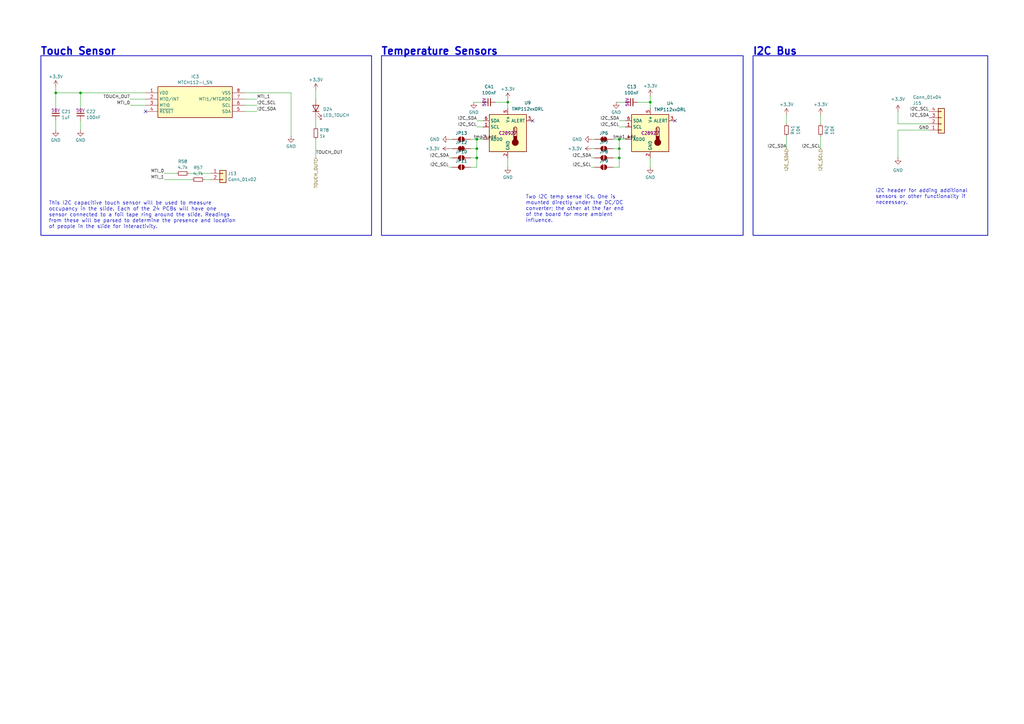
<source format=kicad_sch>
(kicad_sch (version 20250114) (generator "eeschema") (generator_version "9.0")
  (paper "A3")
  (lib_symbols
    (symbol "Connector_Generic:Conn_01x02" (pin_names (offset 1.016) (hide yes))
      (property "Reference" "J" (at 0 2.54 0))
      (property "Value" "Conn_01x02" (at 0 -5.08 0))
      (symbol "Conn_01x02_1_1"
        (rectangle (start -1.27 1.27) (end 1.27 -3.81) (stroke (width 0.254)) (fill (type background)))
        (rectangle (start -1.27 0.127) (end 0 -0.127) (stroke (width 0.1524)))
        (rectangle (start -1.27 -2.413) (end 0 -2.667) (stroke (width 0.1524)))
        (pin passive line (at -5.08 0 0) (length 3.81) (name "Pin_1") (number "1"))
        (pin passive line (at -5.08 -2.54 0) (length 3.81) (name "Pin_2") (number "2"))
      )
    )
    (symbol "Connector_Generic:Conn_01x04" (pin_names (offset 1.016) (hide yes))
      (property "Reference" "J" (at 0 5.08 0))
      (property "Value" "Conn_01x04" (at 0 -7.62 0))
      (symbol "Conn_01x04_1_1"
        (rectangle (start -1.27 3.81) (end 1.27 -6.35) (stroke (width 0.254)) (fill (type background)))
        (rectangle (start -1.27 2.667) (end 0 2.413) (stroke (width 0.1524)))
        (rectangle (start -1.27 0.127) (end 0 -0.127) (stroke (width 0.1524)))
        (rectangle (start -1.27 -2.413) (end 0 -2.667) (stroke (width 0.1524)))
        (rectangle (start -1.27 -4.953) (end 0 -5.207) (stroke (width 0.1524)))
        (pin passive line (at -5.08 2.54 0) (length 3.81) (name "Pin_1") (number "1"))
        (pin passive line (at -5.08 0 0) (length 3.81) (name "Pin_2") (number "2"))
        (pin passive line (at -5.08 -2.54 0) (length 3.81) (name "Pin_3") (number "3"))
        (pin passive line (at -5.08 -5.08 0) (length 3.81) (name "Pin_4") (number "4"))
      )
    )
    (symbol "Device:C_Small" (pin_numbers (hide yes)) (pin_names (offset 0.254) (hide yes))
      (property "Reference" "C" (at 0.254 1.778 0))
      (property "Value" "C_Small" (at 0.254 -2.032 0))
      (symbol "C_Small_0_1"
        (polyline (pts (xy -1.524 0.508) (xy 1.524 0.508)) (stroke (width 0.3048)))
        (polyline (pts (xy -1.524 -0.508) (xy 1.524 -0.508)) (stroke (width 0.3302)))
      )
      (symbol "C_Small_1_1"
        (pin passive line (at 0 2.54 270) (length 2.032) (name "~") (number "1"))
        (pin passive line (at 0 -2.54 90) (length 2.032) (name "~") (number "2"))
      )
    )
    (symbol "Device:LED" (pin_numbers (hide yes)) (pin_names (offset 1.016) (hide yes))
      (property "Reference" "D" (at 0 2.54 0))
      (property "Value" "LED" (at 0 -2.54 0))
      (symbol "LED_0_1"
        (polyline (pts (xy -3.048 -0.762) (xy -4.572 -2.286) (xy -3.81 -2.286) (xy -4.572 -2.286) (xy -4.572 -1.524)))
        (polyline (pts (xy -1.778 -0.762) (xy -3.302 -2.286) (xy -2.54 -2.286) (xy -3.302 -2.286) (xy -3.302 -1.524)))
        (polyline (pts (xy -1.27 0) (xy 1.27 0)))
        (polyline (pts (xy -1.27 -1.27) (xy -1.27 1.27)) (stroke (width 0.254)))
        (polyline (pts (xy 1.27 -1.27) (xy 1.27 1.27) (xy -1.27 0) (xy 1.27 -1.27)) (stroke (width 0.254)))
      )
      (symbol "LED_1_1"
        (pin passive line (at -3.81 0 0) (length 2.54) (name "K") (number "1"))
        (pin passive line (at 3.81 0 180) (length 2.54) (name "A") (number "2"))
      )
    )
    (symbol "Device:R_Small" (pin_numbers (hide yes)) (pin_names (offset 0.254) (hide yes))
      (property "Reference" "R" (at 0.762 0.508 0))
      (property "Value" "R_Small" (at 0.762 -1.016 0))
      (symbol "R_Small_0_1"
        (rectangle (start -0.762 1.778) (end 0.762 -1.778) (stroke (width 0.2032)))
      )
      (symbol "R_Small_1_1"
        (pin passive line (at 0 2.54 270) (length 0.762) (name "~") (number "1"))
        (pin passive line (at 0 -2.54 90) (length 0.762) (name "~") (number "2"))
      )
    )
    (symbol "Jumper:SolderJumper_2_Bridged" (pin_numbers (hide yes)) (pin_names (offset 0) (hide yes)) (exclude_from_sim yes) (in_bom no)
      (property "Reference" "JP" (at 0 2.032 0))
      (property "Value" "SolderJumper_2_Bridged" (at 0 -2.54 0))
      (symbol "SolderJumper_2_Bridged_0_1"
        (rectangle (start -0.508 0.508) (end 0.508 -0.508) (fill (type outline)))
        (polyline (pts (xy -0.254 1.016) (xy -0.254 -1.016)))
        (arc (start -0.254 -1.016) (mid -1.2656 0) (end -0.254 1.016))
        (arc (start -0.254 -1.016) (mid -1.2656 0) (end -0.254 1.016) (fill (type outline)))
        (arc (start 0.254 1.016) (mid 1.2656 0) (end 0.254 -1.016))
        (arc (start 0.254 1.016) (mid 1.2656 0) (end 0.254 -1.016) (fill (type outline)))
        (polyline (pts (xy 0.254 1.016) (xy 0.254 -1.016)))
      )
      (symbol "SolderJumper_2_Bridged_1_1"
        (pin passive line (at -3.81 0 0) (length 2.54) (name "A") (number "1"))
        (pin passive line (at 3.81 0 180) (length 2.54) (name "B") (number "2"))
      )
    )
    (symbol "Jumper:SolderJumper_2_Open" (pin_numbers (hide yes)) (pin_names (offset 0) (hide yes)) (exclude_from_sim yes) (in_bom no)
      (property "Reference" "JP" (at 0 2.032 0))
      (property "Value" "SolderJumper_2_Open" (at 0 -2.54 0))
      (symbol "SolderJumper_2_Open_0_1"
        (polyline (pts (xy -0.254 1.016) (xy -0.254 -1.016)))
        (arc (start -0.254 -1.016) (mid -1.2656 0) (end -0.254 1.016))
        (arc (start -0.254 -1.016) (mid -1.2656 0) (end -0.254 1.016) (fill (type outline)))
        (arc (start 0.254 1.016) (mid 1.2656 0) (end 0.254 -1.016))
        (arc (start 0.254 1.016) (mid 1.2656 0) (end 0.254 -1.016) (fill (type outline)))
        (polyline (pts (xy 0.254 1.016) (xy 0.254 -1.016)))
      )
      (symbol "SolderJumper_2_Open_1_1"
        (pin passive line (at -3.81 0 0) (length 2.54) (name "A") (number "1"))
        (pin passive line (at 3.81 0 180) (length 2.54) (name "B") (number "2"))
      )
    )
    (symbol "Sensor_Proximity:MTCH112-I_SN"
      (property "Reference" "IC" (at 36.83 7.62 0))
      (property "Value" "MTCH112-I_SN" (at 36.83 5.08 0))
      (symbol "MTCH112-I_SN_1_1"
        (rectangle (start 5.08 2.54) (end 35.56 -10.16) (stroke (width 0.254)) (fill (type background)))
        (pin passive line (at 0 0 0) (length 5.08) (name "VDD") (number "1"))
        (pin passive line (at 0 -2.54 0) (length 5.08) (name "MTO/INT") (number "2"))
        (pin passive line (at 0 -5.08 0) (length 5.08) (name "MTI0") (number "3"))
        (pin passive line (at 0 -7.62 0) (length 5.08) (name "~{RESET}") (number "4"))
        (pin passive line (at 40.64 0 180) (length 5.08) (name "VSS") (number "8"))
        (pin passive line (at 40.64 -2.54 180) (length 5.08) (name "MTI1/MTGRD0") (number "7"))
        (pin passive line (at 40.64 -5.08 180) (length 5.08) (name "SCL") (number "6"))
        (pin passive line (at 40.64 -7.62 180) (length 5.08) (name "SDA") (number "5"))
      )
    )
    (symbol "Sensor_Temperature:TMP112xxDRL"
      (property "Reference" "U" (at -2.54 10.795 0))
      (property "Value" "TMP112xxDRL" (at -2.54 8.89 0))
      (symbol "TMP112xxDRL_0_1"
        (rectangle (start -7.62 7.62) (end 7.62 -7.62) (stroke (width 0.254)) (fill (type background)))
      )
      (symbol "TMP112xxDRL_1_1"
        (polyline (pts (xy 2.413 1.905) (xy 2.413 -1.27)) (stroke (width 0.254)))
        (polyline (pts (xy 2.413 1.905) (xy 3.048 1.905)) (stroke (width 0.254)))
        (polyline (pts (xy 2.413 1.27) (xy 3.048 1.27)) (stroke (width 0.254)))
        (polyline (pts (xy 2.413 0.635) (xy 3.048 0.635)) (stroke (width 0.254)))
        (polyline (pts (xy 2.413 0) (xy 3.048 0)) (stroke (width 0.254)))
        (polyline (pts (xy 2.413 -0.635) (xy 3.048 -0.635)) (stroke (width 0.254)))
        (arc (start 2.413 1.905) (mid 3.048 2.5373) (end 3.683 1.905) (stroke (width 0.254)))
        (circle (center 3.048 -3.81) (radius 1.27) (stroke (width 0.254)) (fill (type outline)))
        (polyline (pts (xy 3.683 1.905) (xy 3.683 -1.27)) (stroke (width 0.254)))
        (rectangle (start 3.683 -3.175) (end 2.413 -1.27) (stroke (width 0.254)) (fill (type outline)))
        (pin bidirectional line (at -10.16 5.08 0) (length 2.54) (name "SDA") (number "6"))
        (pin input line (at -10.16 2.54 0) (length 2.54) (name "SCL") (number "1"))
        (pin input line (at -10.16 -2.54 0) (length 2.54) (name "ADD0") (number "4"))
        (pin power_in line (at 0 10.16 270) (length 2.54) (name "V+") (number "5"))
        (pin power_in line (at 0 -10.16 90) (length 2.54) (name "GND") (number "2"))
        (pin open_collector line (at 10.16 5.08 180) (length 2.54) (name "ALERT") (number "3"))
      )
    )
    (symbol "power:+3.3V" (power) (pin_numbers (hide yes)) (pin_names (offset 0) (hide yes))
      (property "Value" "+3.3V" (at 0 3.556 0))
      (symbol "+3.3V_0_1"
        (polyline (pts (xy -0.762 1.27) (xy 0 2.54)))
        (polyline (pts (xy 0 2.54) (xy 0.762 1.27)))
        (polyline (pts (xy 0 0) (xy 0 2.54)))
      )
      (symbol "+3.3V_1_1"
        (pin power_in line (at 0 0 90) (length 0) (name "~") (number "1"))
      )
    )
    (symbol "power:GND" (power) (pin_numbers (hide yes)) (pin_names (offset 0) (hide yes))
      (property "Value" "GND" (at 0 -3.81 0))
      (symbol "GND_0_1"
        (polyline (pts (xy 0 0) (xy 0 -1.27) (xy 1.27 -1.27) (xy 0 -2.54) (xy -1.27 -1.27) (xy 0 -1.27)))
      )
      (symbol "GND_1_1"
        (pin power_in line (at 0 0 270) (length 0) (name "~") (number "1"))
      )
    )
  )
  (rectangle (start 308.864 22.86) (end 405.13 96.52) (stroke (width 0.3)))
  (rectangle (start 16.764 22.86) (end 152.4 96.52) (stroke (width 0.3)))
  (rectangle (start 156.464 22.86) (end 304.8 96.52) (stroke (width 0.3)))
  (text "I2C Bus" (at 308.61 22.86 0) (effects (font (size 3 3) (thickness 0.6) (bold yes)) (justify left bottom)))
  (text "Touch Sensor" (at 16.51 22.86 0) (effects (font (size 3 3) (thickness 0.6) (bold yes)) (justify left bottom)))
  (text "Temperature Sensors" (at 156.21 22.86 0) (effects (font (size 3 3) (thickness 0.6) (bold yes)) (justify left bottom)))
  (text_box "This I2C capacitive touch sensor will be used to measure occupancy in the slide. Each of the 24 PCBs will have one sensor connected to a foil tape ring around the slide. Readings from these will be parsed to determine the presence and location of people in the slide for interactivity." (at 19.05 81.28 0) (size 78.74 15.24) (margins 0.9525 0.9525 0.9525 0.9525) (stroke (width -0.0001)) (effects (font (size 1.5 1.5)) (justify left top)))
  (text_box "I2C header for adding additional sensors or other functionality if neceessary." (at 358.14 76.2 0) (size 40.64 15.24) (margins 0.9525 0.9525 0.9525 0.9525) (stroke (width -0.0001)) (effects (font (size 1.5 1.5)) (justify left top)))
  (text_box "Two I2C temp sense ICs. One is mounted directly under the DC/DC converter; the other at the far end of the board for more ambient influence." (at 214.63 78.74 0) (size 44.45 10.16) (margins 0.9525 0.9525 0.9525 0.9525) (stroke (width -0.0001)) (effects (font (size 1.5 1.5)) (justify left top)))
  (junction (at 208.28 41.91))
  (junction (at 195.58 60.96))
  (junction (at 33.02 38.1))
  (junction (at 195.58 64.77))
  (junction (at 266.7 41.91))
  (junction (at 254 57.15))
  (junction (at 195.58 57.15))
  (junction (at 22.86 38.1))
  (junction (at 254 64.77))
  (junction (at 254 60.96))
  (no_connect (at 276.86 49.53))
  (no_connect (at 59.69 45.72))
  (no_connect (at 218.44 49.53))
  (wire (pts (xy 251.46 64.77) (xy 254 64.77)))
  (wire (pts (xy 243.84 60.96) (xy 242.57 60.96)))
  (wire (pts (xy 185.42 64.77) (xy 184.15 64.77)))
  (wire (pts (xy 100.33 38.1) (xy 119.38 38.1)))
  (wire (pts (xy 67.31 73.66) (xy 78.74 73.66)))
  (wire (pts (xy 368.3 53.34) (xy 381 53.34)))
  (wire (pts (xy 195.58 64.77) (xy 195.58 60.96)))
  (wire (pts (xy 198.12 41.91) (xy 194.31 41.91)))
  (wire (pts (xy 266.7 41.91) (xy 266.7 44.45)))
  (wire (pts (xy 243.84 64.77) (xy 242.57 64.77)))
  (wire (pts (xy 368.3 45.72) (xy 368.3 50.8)))
  (wire (pts (xy 129.54 36.83) (xy 129.54 40.64)))
  (wire (pts (xy 105.41 45.72) (xy 100.33 45.72)))
  (wire (pts (xy 203.2 41.91) (xy 208.28 41.91)))
  (wire (pts (xy 254 68.58) (xy 254 64.77)))
  (wire (pts (xy 266.7 39.37) (xy 266.7 41.91)))
  (wire (pts (xy 254 60.96) (xy 254 57.15)))
  (wire (pts (xy 105.41 43.18) (xy 100.33 43.18)))
  (wire (pts (xy 256.54 41.91) (xy 252.73 41.91)))
  (wire (pts (xy 33.02 38.1) (xy 59.69 38.1)))
  (wire (pts (xy 22.86 35.56) (xy 22.86 38.1)))
  (wire (pts (xy 129.54 57.15) (xy 129.54 64.77)))
  (wire (pts (xy 53.34 43.18) (xy 59.69 43.18)))
  (wire (pts (xy 195.58 60.96) (xy 195.58 57.15)))
  (wire (pts (xy 193.04 57.15) (xy 195.58 57.15)))
  (wire (pts (xy 33.02 53.34) (xy 33.02 49.53)))
  (wire (pts (xy 53.34 40.64) (xy 59.69 40.64)))
  (wire (pts (xy 185.42 57.15) (xy 184.15 57.15)))
  (wire (pts (xy 251.46 60.96) (xy 254 60.96)))
  (wire (pts (xy 251.46 57.15) (xy 254 57.15)))
  (wire (pts (xy 251.46 68.58) (xy 254 68.58)))
  (wire (pts (xy 195.58 68.58) (xy 195.58 64.77)))
  (wire (pts (xy 266.7 64.77) (xy 266.7 68.58)))
  (wire (pts (xy 322.58 55.88) (xy 322.58 60.96)))
  (wire (pts (xy 67.31 71.12) (xy 72.39 71.12)))
  (wire (pts (xy 193.04 68.58) (xy 195.58 68.58)))
  (wire (pts (xy 208.28 41.91) (xy 208.28 44.45)))
  (wire (pts (xy 129.54 48.26) (xy 129.54 52.07)))
  (wire (pts (xy 243.84 57.15) (xy 242.57 57.15)))
  (wire (pts (xy 208.28 64.77) (xy 208.28 68.58)))
  (wire (pts (xy 368.3 50.8) (xy 381 50.8)))
  (wire (pts (xy 208.28 40.64) (xy 208.28 41.91)))
  (wire (pts (xy 83.82 73.66) (xy 86.36 73.66)))
  (wire (pts (xy 119.38 55.88) (xy 119.38 38.1)))
  (wire (pts (xy 33.02 38.1) (xy 33.02 44.45)))
  (wire (pts (xy 100.33 40.64) (xy 105.41 40.64)))
  (wire (pts (xy 193.04 60.96) (xy 195.58 60.96)))
  (wire (pts (xy 195.58 49.53) (xy 198.12 49.53)))
  (wire (pts (xy 322.58 46.99) (xy 322.58 50.8)))
  (wire (pts (xy 195.58 57.15) (xy 198.12 57.15)))
  (wire (pts (xy 336.55 55.88) (xy 336.55 60.96)))
  (wire (pts (xy 254 52.07) (xy 256.54 52.07)))
  (wire (pts (xy 254 49.53) (xy 256.54 49.53)))
  (wire (pts (xy 22.86 53.34) (xy 22.86 49.53)))
  (wire (pts (xy 22.86 38.1) (xy 33.02 38.1)))
  (wire (pts (xy 22.86 38.1) (xy 22.86 44.45)))
  (wire (pts (xy 254 64.77) (xy 254 60.96)))
  (wire (pts (xy 254 57.15) (xy 256.54 57.15)))
  (wire (pts (xy 185.42 60.96) (xy 184.15 60.96)))
  (wire (pts (xy 368.3 64.77) (xy 368.3 53.34)))
  (wire (pts (xy 185.42 68.58) (xy 184.15 68.58)))
  (wire (pts (xy 336.55 46.99) (xy 336.55 50.8)))
  (wire (pts (xy 195.58 52.07) (xy 198.12 52.07)))
  (wire (pts (xy 243.84 68.58) (xy 242.57 68.58)))
  (wire (pts (xy 77.47 71.12) (xy 86.36 71.12)))
  (wire (pts (xy 193.04 64.77) (xy 195.58 64.77)))
  (wire (pts (xy 261.62 41.91) (xy 266.7 41.91)))
  (label "I2C_SDA" (at 195.58 49.53 180))
  (label "MTI_0" (at 53.34 43.18 180))
  (label "tmp1_add" (at 251.46 57.15 0))
  (label "tmp2_add" (at 194.31 57.15 0))
  (label "I2C_SCL" (at 254 52.07 180))
  (label "I2C_SCL" (at 336.55 60.96 180))
  (label "I2C_SDA" (at 242.57 64.77 180))
  (label "I2C_SDA" (at 322.58 60.96 180))
  (label "I2C_SDA" (at 381 48.26 180))
  (label "I2C_SDA" (at 184.15 64.77 180))
  (label "I2C_SCL" (at 184.15 68.58 180))
  (label "GND" (at 381 53.34 180))
  (label "I2C_SDA" (at 105.41 45.72 0))
  (label "MTI_1" (at 67.31 73.66 180))
  (label "I2C_SCL" (at 242.57 68.58 180))
  (label "I2C_SDA" (at 254 49.53 180))
  (label "MTI_1" (at 105.41 40.64 0))
  (label "I2C_SCL" (at 381 45.72 180))
  (label "MTI_0" (at 67.31 71.12 180))
  (label "I2C_SCL" (at 195.58 52.07 180))
  (label "TOUCH_OUT" (at 53.34 40.64 180))
  (label "I2C_SCL" (at 105.41 43.18 0))
  (label "TOUCH_OUT" (at 129.54 63.5 0))
  (hierarchical_label "I2C_SCL" (shape input) (at 336.55 60.96 270))
  (hierarchical_label "TOUCH_OUT" (shape input) (at 129.54 64.77 270))
  (hierarchical_label "I2C_SDA" (shape input) (at 322.58 60.96 270))
  (symbol (lib_id "Device:C_Small") (at 200.66 41.91 90) (unit 1)
    (property "Reference" "C41" (at 200.6663 35.56 90))
    (property "Value" "100nF" (at 200.6663 38.1 90))
    (property "Footprint" "Capacitor_SMD:C_0603_1608Metric" (effects (hide yes)))
    (property "Description" "Unpolarized capacitor, small symbol" (effects (hide yes)))
    (property "LCSC" "C14663" (effects (hide yes)))
    (property "Rating" "50V" (at 198.628 41.91 0))
  )
  (symbol (lib_id "power:+3.3V") (at 242.57 60.96 90) (unit 1)
    (property "Reference" "#PWR0163" (effects (hide yes)))
    (property "Value" "+3.3V" (at 238.76 60.9599 90) (effects (justify left)))
    (property "Description" "Power symbol creates a global label with name \"+3.3V\"" (effects (hide yes)))
  )
  (symbol (lib_id "Jumper:SolderJumper_2_Open") (at 189.23 68.58 0) (unit 1) (exclude_from_sim yes) (in_bom no)
    (property "Reference" "JP11" (at 189.23 66.04 0))
    (property "Value" "SolderJumper_2_Open" (effects (hide yes)))
    (property "Footprint" "Jumper:SolderJumper-2_P1.3mm_Open_RoundedPad1.0x1.5mm" (effects (hide yes)))
    (property "Description" "Solder Jumper, 2-pole, open" (effects (hide yes)))
  )
  (symbol (lib_id "power:GND") (at 266.7 68.58 0) (unit 1)
    (property "Reference" "#PWR0153" (effects (hide yes)))
    (property "Value" "GND" (at 266.7 72.7131 0))
    (property "Description" "Power symbol creates a global label with name \"GND\" , ground" (effects (hide yes)))
  )
  (symbol (lib_id "power:+3.3V") (at 129.54 36.83 0) (unit 1)
    (property "Reference" "#PWR027" (effects (hide yes)))
    (property "Value" "+3.3V" (at 129.54 32.6969 0))
    (property "Description" "Power symbol creates a global label with name \"+3.3V\"" (effects (hide yes)))
  )
  (symbol (lib_id "power:GND") (at 33.02 53.34 0) (unit 1)
    (property "Reference" "#PWR024" (effects (hide yes)))
    (property "Value" "GND" (at 33.02 57.4731 0))
    (property "Description" "Power symbol creates a global label with name \"GND\" , ground" (effects (hide yes)))
  )
  (symbol (lib_id "Sensor_Temperature:TMP112xxDRL") (at 266.7 54.61 0) (unit 1)
    (property "Reference" "U4" (at 274.828 42.418 0))
    (property "Value" "TMP112xxDRL" (at 274.828 44.958 0))
    (property "Footprint" "Package_TO_SOT_SMD:SOT-563" (effects (hide yes)))
    (property "Datasheet" "https://www.ti.com/lit/ds/symlink/tmp112.pdf" (effects (hide yes)))
    (property "Description" "Digital Temperature Sensor with I2C/SMBus/Two-wire Interface, 12 bits, ±1°C, one-shot conversion, alert, nist traceable, SOT-563" (effects (hide yes)))
    (property "LCSC" "C28927" (at 266.7 54.61 0))
  )
  (symbol (lib_id "Device:C_Small") (at 259.08 41.91 90) (unit 1)
    (property "Reference" "C13" (at 259.0863 35.56 90))
    (property "Value" "100nF" (at 259.0863 38.1 90))
    (property "Footprint" "Capacitor_SMD:C_0603_1608Metric" (effects (hide yes)))
    (property "Description" "Unpolarized capacitor, small symbol" (effects (hide yes)))
    (property "LCSC" "C14663" (effects (hide yes)))
    (property "Rating" "50V" (at 257.302 41.91 0))
  )
  (symbol (lib_id "Device:R_Small") (at 129.54 54.61 0) (unit 1)
    (property "Reference" "R78" (at 131.0386 53.3978 0) (effects (justify left)))
    (property "Value" "1k" (at 131.0386 55.8221 0) (effects (justify left)))
    (property "Footprint" "Resistor_SMD:R_0603_1608Metric" (effects (hide yes)))
    (property "Description" "Resistor, small symbol" (effects (hide yes)))
    (property "LCSC" "C21190" (effects (hide yes)))
  )
  (symbol (lib_id "Jumper:SolderJumper_2_Open") (at 247.65 64.77 0) (unit 1) (exclude_from_sim yes) (in_bom no)
    (property "Reference" "JP8" (at 247.65 62.23 0))
    (property "Value" "SolderJumper_2_Open" (effects (hide yes)))
    (property "Footprint" "Jumper:SolderJumper-2_P1.3mm_Open_RoundedPad1.0x1.5mm" (effects (hide yes)))
    (property "Description" "Solder Jumper, 2-pole, open" (effects (hide yes)))
  )
  (symbol (lib_id "Connector_Generic:Conn_01x02") (at 91.44 71.12 0) (unit 1)
    (property "Reference" "J13" (at 93.472 71.1778 0) (effects (justify left)))
    (property "Value" "Conn_01x02" (at 93.472 73.6021 0) (effects (justify left)))
    (property "Footprint" "Connector_JST:JST_PH_B2B-PH-K_1x02_P2.00mm_Vertical" (effects (hide yes)))
    (property "Description" "Generic connector, single row, 01x02, script generated (kicad-library-utils/schlib/autogen/connector/)" (effects (hide yes)))
    (property "LCSC" "C131337" (effects (hide yes)))
  )
  (symbol (lib_id "Sensor_Temperature:TMP112xxDRL") (at 208.28 54.61 0) (unit 1)
    (property "Reference" "U9" (at 216.408 42.164 0))
    (property "Value" "TMP112xxDRL" (at 216.408 44.704 0))
    (property "Footprint" "Package_TO_SOT_SMD:SOT-563" (effects (hide yes)))
    (property "Datasheet" "https://www.ti.com/lit/ds/symlink/tmp112.pdf" (effects (hide yes)))
    (property "Description" "Digital Temperature Sensor with I2C/SMBus/Two-wire Interface, 12 bits, ±1°C, one-shot conversion, alert, nist traceable, SOT-563" (effects (hide yes)))
    (property "LCSC" "C28927" (at 208.28 54.61 0))
  )
  (symbol (lib_id "Jumper:SolderJumper_2_Open") (at 189.23 64.77 0) (unit 1) (exclude_from_sim yes) (in_bom no)
    (property "Reference" "JP10" (at 189.23 62.23 0))
    (property "Value" "SolderJumper_2_Open" (effects (hide yes)))
    (property "Footprint" "Jumper:SolderJumper-2_P1.3mm_Open_RoundedPad1.0x1.5mm" (effects (hide yes)))
    (property "Description" "Solder Jumper, 2-pole, open" (effects (hide yes)))
  )
  (symbol (lib_id "Device:R_Small") (at 81.28 73.66 90) (unit 1)
    (property "Reference" "R57" (at 81.28 68.7789 90))
    (property "Value" "4.7k" (at 81.28 71.2032 90))
    (property "Footprint" "Resistor_SMD:R_0603_1608Metric" (effects (hide yes)))
    (property "Description" "Resistor, small symbol" (effects (hide yes)))
    (property "LCSC" "C23162" (effects (hide yes)))
  )
  (symbol (lib_id "power:GND") (at 252.73 41.91 0) (unit 1)
    (property "Reference" "#PWR0154" (effects (hide yes)))
    (property "Value" "GND" (at 252.73 46.0431 0))
    (property "Description" "Power symbol creates a global label with name \"GND\" , ground" (effects (hide yes)))
  )
  (symbol (lib_id "power:GND") (at 368.3 64.77 0) (mirror y) (unit 1)
    (property "Reference" "#PWR0158" (effects (hide yes)))
    (property "Value" "GND" (at 368.3 69.85 0))
    (property "Description" "Power symbol creates a global label with name \"GND\" , ground" (effects (hide yes)))
  )
  (symbol (lib_id "power:+3.3V") (at 22.86 35.56 0) (unit 1)
    (property "Reference" "#PWR020" (effects (hide yes)))
    (property "Value" "+3.3V" (at 22.86 31.4269 0))
    (property "Description" "Power symbol creates a global label with name \"+3.3V\"" (effects (hide yes)))
  )
  (symbol (lib_id "Jumper:SolderJumper_2_Bridged") (at 247.65 57.15 0) (unit 1) (exclude_from_sim yes) (in_bom no)
    (property "Reference" "JP6" (at 247.65 54.61 0))
    (property "Value" "SolderJumper_2_Bridged" (effects (hide yes)))
    (property "Footprint" "Jumper:SolderJumper-2_P1.3mm_Bridged_RoundedPad1.0x1.5mm" (effects (hide yes)))
    (property "Description" "Solder Jumper, 2-pole, closed/bridged" (effects (hide yes)))
  )
  (symbol (lib_id "Device:LED") (at 129.54 44.45 90) (unit 1)
    (property "Reference" "D24" (at 132.461 44.8253 90) (effects (justify right)))
    (property "Value" "LED_TOUCH" (at 132.461 47.2496 90) (effects (justify right)))
    (property "Footprint" "LED_SMD:LED_0805_2012Metric" (effects (hide yes)))
    (property "Description" "Light emitting diode" (effects (hide yes)))
    (property "LCSC" "C84256" (effects (hide yes)))
    (property "color" "red" (effects (hide yes)))
  )
  (symbol (lib_id "Jumper:SolderJumper_2_Open") (at 247.65 60.96 0) (unit 1) (exclude_from_sim yes) (in_bom no)
    (property "Reference" "JP7" (at 247.65 58.42 0))
    (property "Value" "SolderJumper_2_Open" (effects (hide yes)))
    (property "Footprint" "Jumper:SolderJumper-2_P1.3mm_Open_RoundedPad1.0x1.5mm" (effects (hide yes)))
    (property "Description" "Solder Jumper, 2-pole, open" (effects (hide yes)))
  )
  (symbol (lib_id "power:GND") (at 119.38 55.88 0) (unit 1)
    (property "Reference" "#PWR026" (effects (hide yes)))
    (property "Value" "GND" (at 119.38 60.0131 0))
    (property "Description" "Power symbol creates a global label with name \"GND\" , ground" (effects (hide yes)))
  )
  (symbol (lib_id "power:GND") (at 22.86 53.34 0) (unit 1)
    (property "Reference" "#PWR021" (effects (hide yes)))
    (property "Value" "GND" (at 22.86 57.4731 0))
    (property "Description" "Power symbol creates a global label with name \"GND\" , ground" (effects (hide yes)))
  )
  (symbol (lib_id "power:+3.3V") (at 184.15 60.96 90) (unit 1)
    (property "Reference" "#PWR0161" (effects (hide yes)))
    (property "Value" "+3.3V" (at 180.34 60.9599 90) (effects (justify left)))
    (property "Description" "Power symbol creates a global label with name \"+3.3V\"" (effects (hide yes)))
  )
  (symbol (lib_id "Device:R_Small") (at 322.58 53.34 180) (unit 1)
    (property "Reference" "R41" (at 325.12 53.34 90))
    (property "Value" "10K" (at 327.406 53.34 90))
    (property "Footprint" "Resistor_SMD:R_0603_1608Metric" (effects (hide yes)))
    (property "LCSC" "C25804" (effects (hide yes)))
  )
  (symbol (lib_id "Sensor_Proximity:MTCH112-I_SN") (at 59.69 38.1 0) (unit 1)
    (property "Reference" "IC3" (at 80.01 31.4155 0))
    (property "Value" "MTCH112-I_SN" (at 80.01 33.8398 0))
    (property "Footprint" "Package_SO:SOIC-8_3.9x4.9mm_P1.27mm" (effects (hide yes)))
    (property "Datasheet" "http://ww1.microchip.com/downloads/en/DeviceDoc/41668A.pdf" (effects (hide yes)))
    (property "Description" "MTCH112-I/SN, Capacitive Touch Screen Controller, 13 bit 400kbps I2C 2-Wire, 8-Pin SOIC" (effects (hide yes)))
    (property "Height" "1.75" (effects (hide yes)))
    (property "Mouser Part Number" "579-MTCH112-I/SN" (effects (hide yes)))
    (property "Mouser Price/Stock" "https://www.mouser.co.uk/ProductDetail/Microchip-Technology/MTCH112-I-SN?qs=VteoEApvSIAv5%252Bn3EjqS6w%3D%3D" (effects (hide yes)))
    (property "Manufacturer_Name" "Microchip" (effects (hide yes)))
    (property "Manufacturer_Part_Number" "MTCH112-I/SN" (effects (hide yes)))
    (property "LCSC" "C636638" (effects (hide yes)))
  )
  (symbol (lib_id "power:+3.3V") (at 266.7 39.37 0) (unit 1)
    (property "Reference" "#PWR0119" (effects (hide yes)))
    (property "Value" "+3.3V" (at 266.7 35.2369 0))
    (property "Description" "Power symbol creates a global label with name \"+3.3V\"" (effects (hide yes)))
  )
  (symbol (lib_id "power:GND") (at 194.31 41.91 0) (unit 1)
    (property "Reference" "#PWR0155" (effects (hide yes)))
    (property "Value" "GND" (at 194.31 46.0431 0))
    (property "Description" "Power symbol creates a global label with name \"GND\" , ground" (effects (hide yes)))
  )
  (symbol (lib_id "power:+3.3V") (at 368.3 45.72 0) (mirror y) (unit 1)
    (property "Reference" "#PWR0157" (effects (hide yes)))
    (property "Value" "+3.3V" (at 368.3 40.64 0))
    (property "Description" "Power symbol creates a global label with name \"+3.3V\"" (effects (hide yes)))
  )
  (symbol (lib_id "Device:C_Small") (at 22.86 46.99 180) (unit 1)
    (property "Reference" "C21" (at 25.1841 45.7714 0) (effects (justify right)))
    (property "Value" "1uF" (at 25.1841 48.1957 0) (effects (justify right)))
    (property "Footprint" "Capacitor_SMD:C_0603_1608Metric" (effects (hide yes)))
    (property "Description" "Unpolarized capacitor, small symbol" (effects (hide yes)))
    (property "LCSC" "C15849" (effects (hide yes)))
    (property "Rating" "50V" (at 22.86 45.212 0))
  )
  (symbol (lib_id "power:GND") (at 208.28 68.58 0) (unit 1)
    (property "Reference" "#PWR047" (effects (hide yes)))
    (property "Value" "GND" (at 208.28 72.7131 0))
    (property "Description" "Power symbol creates a global label with name \"GND\" , ground" (effects (hide yes)))
  )
  (symbol (lib_id "Device:R_Small") (at 74.93 71.12 90) (unit 1)
    (property "Reference" "R58" (at 74.93 66.2389 90))
    (property "Value" "4.7k" (at 74.93 68.6632 90))
    (property "Footprint" "Resistor_SMD:R_0603_1608Metric" (effects (hide yes)))
    (property "Description" "Resistor, small symbol" (effects (hide yes)))
    (property "LCSC" "C23162" (effects (hide yes)))
  )
  (symbol (lib_id "Jumper:SolderJumper_2_Open") (at 189.23 57.15 0) (unit 1) (exclude_from_sim yes) (in_bom no)
    (property "Reference" "JP13" (at 189.23 54.61 0))
    (property "Value" "SolderJumper_2_Open" (effects (hide yes)))
    (property "Footprint" "Jumper:SolderJumper-2_P1.3mm_Open_RoundedPad1.0x1.5mm" (effects (hide yes)))
    (property "Description" "Solder Jumper, 2-pole, open" (effects (hide yes)))
  )
  (symbol (lib_id "power:GND") (at 184.15 57.15 270) (unit 1)
    (property "Reference" "#PWR0130" (effects (hide yes)))
    (property "Value" "GND" (at 180.34 57.1499 90) (effects (justify right)))
    (property "Description" "Power symbol creates a global label with name \"GND\" , ground" (effects (hide yes)))
  )
  (symbol (lib_id "Jumper:SolderJumper_2_Open") (at 247.65 68.58 0) (unit 1) (exclude_from_sim yes) (in_bom no)
    (property "Reference" "JP9" (at 247.65 66.04 0))
    (property "Value" "SolderJumper_2_Open" (effects (hide yes)))
    (property "Footprint" "Jumper:SolderJumper-2_P1.3mm_Open_RoundedPad1.0x1.5mm" (effects (hide yes)))
    (property "Description" "Solder Jumper, 2-pole, open" (effects (hide yes)))
  )
  (symbol (lib_id "power:GND") (at 242.57 57.15 270) (unit 1)
    (property "Reference" "#PWR0162" (effects (hide yes)))
    (property "Value" "GND" (at 238.76 57.1499 90) (effects (justify right)))
    (property "Description" "Power symbol creates a global label with name \"GND\" , ground" (effects (hide yes)))
  )
  (symbol (lib_id "power:+3.3V") (at 336.55 46.99 0) (unit 1)
    (property "Reference" "#PWR094" (effects (hide yes)))
    (property "Value" "+3.3V" (at 336.55 42.8569 0))
    (property "Description" "Power symbol creates a global label with name \"+3.3V\"" (effects (hide yes)))
  )
  (symbol (lib_id "Device:R_Small") (at 336.55 53.34 180) (unit 1)
    (property "Reference" "R42" (at 339.09 53.34 90))
    (property "Value" "10K" (at 341.376 53.34 90))
    (property "Footprint" "Resistor_SMD:R_0603_1608Metric" (effects (hide yes)))
    (property "LCSC" "C25804" (effects (hide yes)))
  )
  (symbol (lib_id "Device:C_Small") (at 33.02 46.99 180) (unit 1)
    (property "Reference" "C22" (at 35.3441 45.7714 0) (effects (justify right)))
    (property "Value" "100nF" (at 35.3441 48.1957 0) (effects (justify right)))
    (property "Footprint" "Capacitor_SMD:C_0603_1608Metric" (effects (hide yes)))
    (property "Description" "Unpolarized capacitor, small symbol" (effects (hide yes)))
    (property "LCSC" "C14663" (effects (hide yes)))
    (property "Rating" "50V" (at 33.02 45.212 0))
  )
  (symbol (lib_id "power:+3.3V") (at 208.28 40.64 0) (unit 1)
    (property "Reference" "#PWR0156" (effects (hide yes)))
    (property "Value" "+3.3V" (at 208.28 36.5069 0))
    (property "Description" "Power symbol creates a global label with name \"+3.3V\"" (effects (hide yes)))
  )
  (symbol (lib_id "power:+3.3V") (at 322.58 46.99 0) (unit 1)
    (property "Reference" "#PWR093" (effects (hide yes)))
    (property "Value" "+3.3V" (at 322.58 42.8569 0))
    (property "Description" "Power symbol creates a global label with name \"+3.3V\"" (effects (hide yes)))
  )
  (symbol (lib_id "Jumper:SolderJumper_2_Bridged") (at 189.23 60.96 0) (unit 1) (exclude_from_sim yes) (in_bom no)
    (property "Reference" "JP12" (at 189.23 58.42 0))
    (property "Value" "SolderJumper_2_Bridged" (effects (hide yes)))
    (property "Footprint" "Jumper:SolderJumper-2_P1.3mm_Bridged_RoundedPad1.0x1.5mm" (effects (hide yes)))
    (property "Description" "Solder Jumper, 2-pole, closed/bridged" (effects (hide yes)))
  )
  (symbol (lib_id "Connector_Generic:Conn_01x04") (at 386.08 50.8 0) (mirror x) (unit 1)
    (property "Reference" "J15" (at 374.396 42.3023 0) (effects (justify left)))
    (property "Value" "Conn_01x04" (at 374.396 39.878 0) (effects (justify left)))
    (property "Footprint" "Connector_JST:JST_PH_B4B-PH-K_1x04_P2.00mm_Vertical" (effects (hide yes)))
    (property "Description" "Generic connector, single row, 01x04, script generated (kicad-library-utils/schlib/autogen/connector/)" (effects (hide yes)))
    (property "LCSC" "C131334" (effects (hide yes)))
  )
)
</source>
